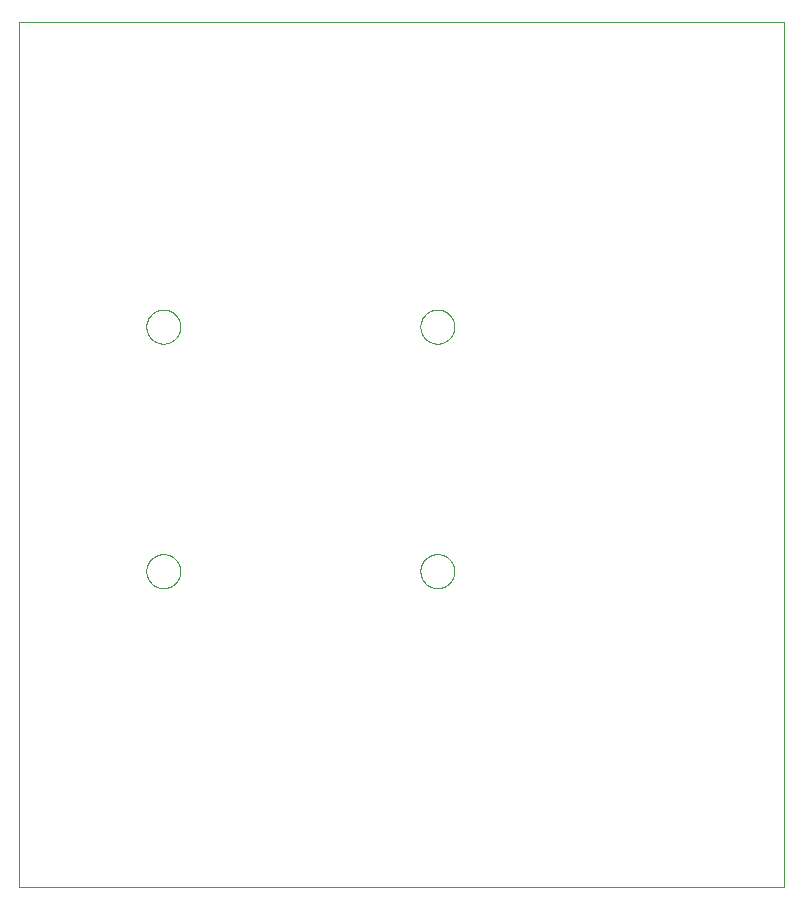
<source format=gko>
G75*
%MOIN*%
%OFA0B0*%
%FSLAX25Y25*%
%IPPOS*%
%LPD*%
%AMOC8*
5,1,8,0,0,1.08239X$1,22.5*
%
%ADD10C,0.00000*%
D10*
X0011670Y0027230D02*
X0011670Y0315830D01*
X0266770Y0315830D01*
X0266770Y0027230D01*
X0011670Y0027230D01*
X0054073Y0132621D02*
X0054075Y0132771D01*
X0054081Y0132921D01*
X0054091Y0133071D01*
X0054105Y0133221D01*
X0054123Y0133370D01*
X0054145Y0133519D01*
X0054170Y0133667D01*
X0054200Y0133814D01*
X0054234Y0133961D01*
X0054271Y0134106D01*
X0054312Y0134251D01*
X0054357Y0134394D01*
X0054406Y0134536D01*
X0054459Y0134677D01*
X0054515Y0134816D01*
X0054575Y0134954D01*
X0054639Y0135090D01*
X0054706Y0135225D01*
X0054777Y0135357D01*
X0054851Y0135488D01*
X0054929Y0135617D01*
X0055010Y0135743D01*
X0055095Y0135867D01*
X0055182Y0135990D01*
X0055273Y0136109D01*
X0055367Y0136226D01*
X0055464Y0136341D01*
X0055564Y0136453D01*
X0055668Y0136563D01*
X0055773Y0136669D01*
X0055882Y0136773D01*
X0055994Y0136874D01*
X0056108Y0136972D01*
X0056224Y0137067D01*
X0056343Y0137158D01*
X0056465Y0137247D01*
X0056589Y0137332D01*
X0056715Y0137414D01*
X0056843Y0137492D01*
X0056973Y0137568D01*
X0057105Y0137639D01*
X0057239Y0137707D01*
X0057375Y0137772D01*
X0057512Y0137833D01*
X0057651Y0137890D01*
X0057791Y0137944D01*
X0057933Y0137994D01*
X0058076Y0138040D01*
X0058220Y0138082D01*
X0058366Y0138120D01*
X0058512Y0138155D01*
X0058659Y0138186D01*
X0058807Y0138212D01*
X0058956Y0138235D01*
X0059105Y0138254D01*
X0059254Y0138269D01*
X0059404Y0138280D01*
X0059554Y0138287D01*
X0059704Y0138290D01*
X0059855Y0138289D01*
X0060005Y0138284D01*
X0060155Y0138275D01*
X0060305Y0138262D01*
X0060454Y0138245D01*
X0060603Y0138224D01*
X0060751Y0138199D01*
X0060899Y0138171D01*
X0061045Y0138138D01*
X0061191Y0138102D01*
X0061336Y0138061D01*
X0061480Y0138017D01*
X0061622Y0137969D01*
X0061763Y0137917D01*
X0061903Y0137862D01*
X0062041Y0137803D01*
X0062177Y0137740D01*
X0062312Y0137674D01*
X0062445Y0137604D01*
X0062576Y0137530D01*
X0062706Y0137454D01*
X0062833Y0137373D01*
X0062958Y0137290D01*
X0063080Y0137203D01*
X0063201Y0137113D01*
X0063318Y0137020D01*
X0063434Y0136923D01*
X0063546Y0136824D01*
X0063657Y0136721D01*
X0063764Y0136616D01*
X0063868Y0136508D01*
X0063970Y0136398D01*
X0064069Y0136284D01*
X0064164Y0136168D01*
X0064257Y0136050D01*
X0064346Y0135929D01*
X0064432Y0135806D01*
X0064515Y0135680D01*
X0064594Y0135553D01*
X0064670Y0135423D01*
X0064743Y0135291D01*
X0064812Y0135158D01*
X0064877Y0135022D01*
X0064939Y0134886D01*
X0064997Y0134747D01*
X0065052Y0134607D01*
X0065103Y0134465D01*
X0065150Y0134323D01*
X0065193Y0134179D01*
X0065232Y0134034D01*
X0065268Y0133888D01*
X0065299Y0133741D01*
X0065327Y0133593D01*
X0065351Y0133445D01*
X0065371Y0133296D01*
X0065387Y0133146D01*
X0065399Y0132996D01*
X0065407Y0132846D01*
X0065411Y0132696D01*
X0065411Y0132546D01*
X0065407Y0132396D01*
X0065399Y0132246D01*
X0065387Y0132096D01*
X0065371Y0131946D01*
X0065351Y0131797D01*
X0065327Y0131649D01*
X0065299Y0131501D01*
X0065268Y0131354D01*
X0065232Y0131208D01*
X0065193Y0131063D01*
X0065150Y0130919D01*
X0065103Y0130777D01*
X0065052Y0130635D01*
X0064997Y0130495D01*
X0064939Y0130356D01*
X0064877Y0130220D01*
X0064812Y0130084D01*
X0064743Y0129951D01*
X0064670Y0129819D01*
X0064594Y0129689D01*
X0064515Y0129562D01*
X0064432Y0129436D01*
X0064346Y0129313D01*
X0064257Y0129192D01*
X0064164Y0129074D01*
X0064069Y0128958D01*
X0063970Y0128844D01*
X0063868Y0128734D01*
X0063764Y0128626D01*
X0063657Y0128521D01*
X0063546Y0128418D01*
X0063434Y0128319D01*
X0063318Y0128222D01*
X0063201Y0128129D01*
X0063080Y0128039D01*
X0062958Y0127952D01*
X0062833Y0127869D01*
X0062706Y0127788D01*
X0062577Y0127712D01*
X0062445Y0127638D01*
X0062312Y0127568D01*
X0062177Y0127502D01*
X0062041Y0127439D01*
X0061903Y0127380D01*
X0061763Y0127325D01*
X0061622Y0127273D01*
X0061480Y0127225D01*
X0061336Y0127181D01*
X0061191Y0127140D01*
X0061045Y0127104D01*
X0060899Y0127071D01*
X0060751Y0127043D01*
X0060603Y0127018D01*
X0060454Y0126997D01*
X0060305Y0126980D01*
X0060155Y0126967D01*
X0060005Y0126958D01*
X0059855Y0126953D01*
X0059704Y0126952D01*
X0059554Y0126955D01*
X0059404Y0126962D01*
X0059254Y0126973D01*
X0059105Y0126988D01*
X0058956Y0127007D01*
X0058807Y0127030D01*
X0058659Y0127056D01*
X0058512Y0127087D01*
X0058366Y0127122D01*
X0058220Y0127160D01*
X0058076Y0127202D01*
X0057933Y0127248D01*
X0057791Y0127298D01*
X0057651Y0127352D01*
X0057512Y0127409D01*
X0057375Y0127470D01*
X0057239Y0127535D01*
X0057105Y0127603D01*
X0056973Y0127674D01*
X0056843Y0127750D01*
X0056715Y0127828D01*
X0056589Y0127910D01*
X0056465Y0127995D01*
X0056343Y0128084D01*
X0056224Y0128175D01*
X0056108Y0128270D01*
X0055994Y0128368D01*
X0055882Y0128469D01*
X0055773Y0128573D01*
X0055668Y0128679D01*
X0055564Y0128789D01*
X0055464Y0128901D01*
X0055367Y0129016D01*
X0055273Y0129133D01*
X0055182Y0129252D01*
X0055095Y0129375D01*
X0055010Y0129499D01*
X0054929Y0129625D01*
X0054851Y0129754D01*
X0054777Y0129885D01*
X0054706Y0130017D01*
X0054639Y0130152D01*
X0054575Y0130288D01*
X0054515Y0130426D01*
X0054459Y0130565D01*
X0054406Y0130706D01*
X0054357Y0130848D01*
X0054312Y0130991D01*
X0054271Y0131136D01*
X0054234Y0131281D01*
X0054200Y0131428D01*
X0054170Y0131575D01*
X0054145Y0131723D01*
X0054123Y0131872D01*
X0054105Y0132021D01*
X0054091Y0132171D01*
X0054081Y0132321D01*
X0054075Y0132471D01*
X0054073Y0132621D01*
X0054073Y0214117D02*
X0054075Y0214267D01*
X0054081Y0214417D01*
X0054091Y0214567D01*
X0054105Y0214717D01*
X0054123Y0214866D01*
X0054145Y0215015D01*
X0054170Y0215163D01*
X0054200Y0215310D01*
X0054234Y0215457D01*
X0054271Y0215602D01*
X0054312Y0215747D01*
X0054357Y0215890D01*
X0054406Y0216032D01*
X0054459Y0216173D01*
X0054515Y0216312D01*
X0054575Y0216450D01*
X0054639Y0216586D01*
X0054706Y0216721D01*
X0054777Y0216853D01*
X0054851Y0216984D01*
X0054929Y0217113D01*
X0055010Y0217239D01*
X0055095Y0217363D01*
X0055182Y0217486D01*
X0055273Y0217605D01*
X0055367Y0217722D01*
X0055464Y0217837D01*
X0055564Y0217949D01*
X0055668Y0218059D01*
X0055773Y0218165D01*
X0055882Y0218269D01*
X0055994Y0218370D01*
X0056108Y0218468D01*
X0056224Y0218563D01*
X0056343Y0218654D01*
X0056465Y0218743D01*
X0056589Y0218828D01*
X0056715Y0218910D01*
X0056843Y0218988D01*
X0056973Y0219064D01*
X0057105Y0219135D01*
X0057239Y0219203D01*
X0057375Y0219268D01*
X0057512Y0219329D01*
X0057651Y0219386D01*
X0057791Y0219440D01*
X0057933Y0219490D01*
X0058076Y0219536D01*
X0058220Y0219578D01*
X0058366Y0219616D01*
X0058512Y0219651D01*
X0058659Y0219682D01*
X0058807Y0219708D01*
X0058956Y0219731D01*
X0059105Y0219750D01*
X0059254Y0219765D01*
X0059404Y0219776D01*
X0059554Y0219783D01*
X0059704Y0219786D01*
X0059855Y0219785D01*
X0060005Y0219780D01*
X0060155Y0219771D01*
X0060305Y0219758D01*
X0060454Y0219741D01*
X0060603Y0219720D01*
X0060751Y0219695D01*
X0060899Y0219667D01*
X0061045Y0219634D01*
X0061191Y0219598D01*
X0061336Y0219557D01*
X0061480Y0219513D01*
X0061622Y0219465D01*
X0061763Y0219413D01*
X0061903Y0219358D01*
X0062041Y0219299D01*
X0062177Y0219236D01*
X0062312Y0219170D01*
X0062445Y0219100D01*
X0062576Y0219026D01*
X0062706Y0218950D01*
X0062833Y0218869D01*
X0062958Y0218786D01*
X0063080Y0218699D01*
X0063201Y0218609D01*
X0063318Y0218516D01*
X0063434Y0218419D01*
X0063546Y0218320D01*
X0063657Y0218217D01*
X0063764Y0218112D01*
X0063868Y0218004D01*
X0063970Y0217894D01*
X0064069Y0217780D01*
X0064164Y0217664D01*
X0064257Y0217546D01*
X0064346Y0217425D01*
X0064432Y0217302D01*
X0064515Y0217176D01*
X0064594Y0217049D01*
X0064670Y0216919D01*
X0064743Y0216787D01*
X0064812Y0216654D01*
X0064877Y0216518D01*
X0064939Y0216382D01*
X0064997Y0216243D01*
X0065052Y0216103D01*
X0065103Y0215961D01*
X0065150Y0215819D01*
X0065193Y0215675D01*
X0065232Y0215530D01*
X0065268Y0215384D01*
X0065299Y0215237D01*
X0065327Y0215089D01*
X0065351Y0214941D01*
X0065371Y0214792D01*
X0065387Y0214642D01*
X0065399Y0214492D01*
X0065407Y0214342D01*
X0065411Y0214192D01*
X0065411Y0214042D01*
X0065407Y0213892D01*
X0065399Y0213742D01*
X0065387Y0213592D01*
X0065371Y0213442D01*
X0065351Y0213293D01*
X0065327Y0213145D01*
X0065299Y0212997D01*
X0065268Y0212850D01*
X0065232Y0212704D01*
X0065193Y0212559D01*
X0065150Y0212415D01*
X0065103Y0212273D01*
X0065052Y0212131D01*
X0064997Y0211991D01*
X0064939Y0211852D01*
X0064877Y0211716D01*
X0064812Y0211580D01*
X0064743Y0211447D01*
X0064670Y0211315D01*
X0064594Y0211185D01*
X0064515Y0211058D01*
X0064432Y0210932D01*
X0064346Y0210809D01*
X0064257Y0210688D01*
X0064164Y0210570D01*
X0064069Y0210454D01*
X0063970Y0210340D01*
X0063868Y0210230D01*
X0063764Y0210122D01*
X0063657Y0210017D01*
X0063546Y0209914D01*
X0063434Y0209815D01*
X0063318Y0209718D01*
X0063201Y0209625D01*
X0063080Y0209535D01*
X0062958Y0209448D01*
X0062833Y0209365D01*
X0062706Y0209284D01*
X0062577Y0209208D01*
X0062445Y0209134D01*
X0062312Y0209064D01*
X0062177Y0208998D01*
X0062041Y0208935D01*
X0061903Y0208876D01*
X0061763Y0208821D01*
X0061622Y0208769D01*
X0061480Y0208721D01*
X0061336Y0208677D01*
X0061191Y0208636D01*
X0061045Y0208600D01*
X0060899Y0208567D01*
X0060751Y0208539D01*
X0060603Y0208514D01*
X0060454Y0208493D01*
X0060305Y0208476D01*
X0060155Y0208463D01*
X0060005Y0208454D01*
X0059855Y0208449D01*
X0059704Y0208448D01*
X0059554Y0208451D01*
X0059404Y0208458D01*
X0059254Y0208469D01*
X0059105Y0208484D01*
X0058956Y0208503D01*
X0058807Y0208526D01*
X0058659Y0208552D01*
X0058512Y0208583D01*
X0058366Y0208618D01*
X0058220Y0208656D01*
X0058076Y0208698D01*
X0057933Y0208744D01*
X0057791Y0208794D01*
X0057651Y0208848D01*
X0057512Y0208905D01*
X0057375Y0208966D01*
X0057239Y0209031D01*
X0057105Y0209099D01*
X0056973Y0209170D01*
X0056843Y0209246D01*
X0056715Y0209324D01*
X0056589Y0209406D01*
X0056465Y0209491D01*
X0056343Y0209580D01*
X0056224Y0209671D01*
X0056108Y0209766D01*
X0055994Y0209864D01*
X0055882Y0209965D01*
X0055773Y0210069D01*
X0055668Y0210175D01*
X0055564Y0210285D01*
X0055464Y0210397D01*
X0055367Y0210512D01*
X0055273Y0210629D01*
X0055182Y0210748D01*
X0055095Y0210871D01*
X0055010Y0210995D01*
X0054929Y0211121D01*
X0054851Y0211250D01*
X0054777Y0211381D01*
X0054706Y0211513D01*
X0054639Y0211648D01*
X0054575Y0211784D01*
X0054515Y0211922D01*
X0054459Y0212061D01*
X0054406Y0212202D01*
X0054357Y0212344D01*
X0054312Y0212487D01*
X0054271Y0212632D01*
X0054234Y0212777D01*
X0054200Y0212924D01*
X0054170Y0213071D01*
X0054145Y0213219D01*
X0054123Y0213368D01*
X0054105Y0213517D01*
X0054091Y0213667D01*
X0054081Y0213817D01*
X0054075Y0213967D01*
X0054073Y0214117D01*
X0145412Y0214117D02*
X0145414Y0214267D01*
X0145420Y0214417D01*
X0145430Y0214567D01*
X0145444Y0214717D01*
X0145462Y0214866D01*
X0145484Y0215015D01*
X0145509Y0215163D01*
X0145539Y0215310D01*
X0145573Y0215457D01*
X0145610Y0215602D01*
X0145651Y0215747D01*
X0145696Y0215890D01*
X0145745Y0216032D01*
X0145798Y0216173D01*
X0145854Y0216312D01*
X0145914Y0216450D01*
X0145978Y0216586D01*
X0146045Y0216721D01*
X0146116Y0216853D01*
X0146190Y0216984D01*
X0146268Y0217113D01*
X0146349Y0217239D01*
X0146434Y0217363D01*
X0146521Y0217486D01*
X0146612Y0217605D01*
X0146706Y0217722D01*
X0146803Y0217837D01*
X0146903Y0217949D01*
X0147007Y0218059D01*
X0147112Y0218165D01*
X0147221Y0218269D01*
X0147333Y0218370D01*
X0147447Y0218468D01*
X0147563Y0218563D01*
X0147682Y0218654D01*
X0147804Y0218743D01*
X0147928Y0218828D01*
X0148054Y0218910D01*
X0148182Y0218988D01*
X0148312Y0219064D01*
X0148444Y0219135D01*
X0148578Y0219203D01*
X0148714Y0219268D01*
X0148851Y0219329D01*
X0148990Y0219386D01*
X0149130Y0219440D01*
X0149272Y0219490D01*
X0149415Y0219536D01*
X0149559Y0219578D01*
X0149705Y0219616D01*
X0149851Y0219651D01*
X0149998Y0219682D01*
X0150146Y0219708D01*
X0150295Y0219731D01*
X0150444Y0219750D01*
X0150593Y0219765D01*
X0150743Y0219776D01*
X0150893Y0219783D01*
X0151043Y0219786D01*
X0151194Y0219785D01*
X0151344Y0219780D01*
X0151494Y0219771D01*
X0151644Y0219758D01*
X0151793Y0219741D01*
X0151942Y0219720D01*
X0152090Y0219695D01*
X0152238Y0219667D01*
X0152384Y0219634D01*
X0152530Y0219598D01*
X0152675Y0219557D01*
X0152819Y0219513D01*
X0152961Y0219465D01*
X0153102Y0219413D01*
X0153242Y0219358D01*
X0153380Y0219299D01*
X0153516Y0219236D01*
X0153651Y0219170D01*
X0153784Y0219100D01*
X0153915Y0219026D01*
X0154045Y0218950D01*
X0154172Y0218869D01*
X0154297Y0218786D01*
X0154419Y0218699D01*
X0154540Y0218609D01*
X0154657Y0218516D01*
X0154773Y0218419D01*
X0154885Y0218320D01*
X0154996Y0218217D01*
X0155103Y0218112D01*
X0155207Y0218004D01*
X0155309Y0217894D01*
X0155408Y0217780D01*
X0155503Y0217664D01*
X0155596Y0217546D01*
X0155685Y0217425D01*
X0155771Y0217302D01*
X0155854Y0217176D01*
X0155933Y0217049D01*
X0156009Y0216919D01*
X0156082Y0216787D01*
X0156151Y0216654D01*
X0156216Y0216518D01*
X0156278Y0216382D01*
X0156336Y0216243D01*
X0156391Y0216103D01*
X0156442Y0215961D01*
X0156489Y0215819D01*
X0156532Y0215675D01*
X0156571Y0215530D01*
X0156607Y0215384D01*
X0156638Y0215237D01*
X0156666Y0215089D01*
X0156690Y0214941D01*
X0156710Y0214792D01*
X0156726Y0214642D01*
X0156738Y0214492D01*
X0156746Y0214342D01*
X0156750Y0214192D01*
X0156750Y0214042D01*
X0156746Y0213892D01*
X0156738Y0213742D01*
X0156726Y0213592D01*
X0156710Y0213442D01*
X0156690Y0213293D01*
X0156666Y0213145D01*
X0156638Y0212997D01*
X0156607Y0212850D01*
X0156571Y0212704D01*
X0156532Y0212559D01*
X0156489Y0212415D01*
X0156442Y0212273D01*
X0156391Y0212131D01*
X0156336Y0211991D01*
X0156278Y0211852D01*
X0156216Y0211716D01*
X0156151Y0211580D01*
X0156082Y0211447D01*
X0156009Y0211315D01*
X0155933Y0211185D01*
X0155854Y0211058D01*
X0155771Y0210932D01*
X0155685Y0210809D01*
X0155596Y0210688D01*
X0155503Y0210570D01*
X0155408Y0210454D01*
X0155309Y0210340D01*
X0155207Y0210230D01*
X0155103Y0210122D01*
X0154996Y0210017D01*
X0154885Y0209914D01*
X0154773Y0209815D01*
X0154657Y0209718D01*
X0154540Y0209625D01*
X0154419Y0209535D01*
X0154297Y0209448D01*
X0154172Y0209365D01*
X0154045Y0209284D01*
X0153916Y0209208D01*
X0153784Y0209134D01*
X0153651Y0209064D01*
X0153516Y0208998D01*
X0153380Y0208935D01*
X0153242Y0208876D01*
X0153102Y0208821D01*
X0152961Y0208769D01*
X0152819Y0208721D01*
X0152675Y0208677D01*
X0152530Y0208636D01*
X0152384Y0208600D01*
X0152238Y0208567D01*
X0152090Y0208539D01*
X0151942Y0208514D01*
X0151793Y0208493D01*
X0151644Y0208476D01*
X0151494Y0208463D01*
X0151344Y0208454D01*
X0151194Y0208449D01*
X0151043Y0208448D01*
X0150893Y0208451D01*
X0150743Y0208458D01*
X0150593Y0208469D01*
X0150444Y0208484D01*
X0150295Y0208503D01*
X0150146Y0208526D01*
X0149998Y0208552D01*
X0149851Y0208583D01*
X0149705Y0208618D01*
X0149559Y0208656D01*
X0149415Y0208698D01*
X0149272Y0208744D01*
X0149130Y0208794D01*
X0148990Y0208848D01*
X0148851Y0208905D01*
X0148714Y0208966D01*
X0148578Y0209031D01*
X0148444Y0209099D01*
X0148312Y0209170D01*
X0148182Y0209246D01*
X0148054Y0209324D01*
X0147928Y0209406D01*
X0147804Y0209491D01*
X0147682Y0209580D01*
X0147563Y0209671D01*
X0147447Y0209766D01*
X0147333Y0209864D01*
X0147221Y0209965D01*
X0147112Y0210069D01*
X0147007Y0210175D01*
X0146903Y0210285D01*
X0146803Y0210397D01*
X0146706Y0210512D01*
X0146612Y0210629D01*
X0146521Y0210748D01*
X0146434Y0210871D01*
X0146349Y0210995D01*
X0146268Y0211121D01*
X0146190Y0211250D01*
X0146116Y0211381D01*
X0146045Y0211513D01*
X0145978Y0211648D01*
X0145914Y0211784D01*
X0145854Y0211922D01*
X0145798Y0212061D01*
X0145745Y0212202D01*
X0145696Y0212344D01*
X0145651Y0212487D01*
X0145610Y0212632D01*
X0145573Y0212777D01*
X0145539Y0212924D01*
X0145509Y0213071D01*
X0145484Y0213219D01*
X0145462Y0213368D01*
X0145444Y0213517D01*
X0145430Y0213667D01*
X0145420Y0213817D01*
X0145414Y0213967D01*
X0145412Y0214117D01*
X0145412Y0132621D02*
X0145414Y0132771D01*
X0145420Y0132921D01*
X0145430Y0133071D01*
X0145444Y0133221D01*
X0145462Y0133370D01*
X0145484Y0133519D01*
X0145509Y0133667D01*
X0145539Y0133814D01*
X0145573Y0133961D01*
X0145610Y0134106D01*
X0145651Y0134251D01*
X0145696Y0134394D01*
X0145745Y0134536D01*
X0145798Y0134677D01*
X0145854Y0134816D01*
X0145914Y0134954D01*
X0145978Y0135090D01*
X0146045Y0135225D01*
X0146116Y0135357D01*
X0146190Y0135488D01*
X0146268Y0135617D01*
X0146349Y0135743D01*
X0146434Y0135867D01*
X0146521Y0135990D01*
X0146612Y0136109D01*
X0146706Y0136226D01*
X0146803Y0136341D01*
X0146903Y0136453D01*
X0147007Y0136563D01*
X0147112Y0136669D01*
X0147221Y0136773D01*
X0147333Y0136874D01*
X0147447Y0136972D01*
X0147563Y0137067D01*
X0147682Y0137158D01*
X0147804Y0137247D01*
X0147928Y0137332D01*
X0148054Y0137414D01*
X0148182Y0137492D01*
X0148312Y0137568D01*
X0148444Y0137639D01*
X0148578Y0137707D01*
X0148714Y0137772D01*
X0148851Y0137833D01*
X0148990Y0137890D01*
X0149130Y0137944D01*
X0149272Y0137994D01*
X0149415Y0138040D01*
X0149559Y0138082D01*
X0149705Y0138120D01*
X0149851Y0138155D01*
X0149998Y0138186D01*
X0150146Y0138212D01*
X0150295Y0138235D01*
X0150444Y0138254D01*
X0150593Y0138269D01*
X0150743Y0138280D01*
X0150893Y0138287D01*
X0151043Y0138290D01*
X0151194Y0138289D01*
X0151344Y0138284D01*
X0151494Y0138275D01*
X0151644Y0138262D01*
X0151793Y0138245D01*
X0151942Y0138224D01*
X0152090Y0138199D01*
X0152238Y0138171D01*
X0152384Y0138138D01*
X0152530Y0138102D01*
X0152675Y0138061D01*
X0152819Y0138017D01*
X0152961Y0137969D01*
X0153102Y0137917D01*
X0153242Y0137862D01*
X0153380Y0137803D01*
X0153516Y0137740D01*
X0153651Y0137674D01*
X0153784Y0137604D01*
X0153915Y0137530D01*
X0154045Y0137454D01*
X0154172Y0137373D01*
X0154297Y0137290D01*
X0154419Y0137203D01*
X0154540Y0137113D01*
X0154657Y0137020D01*
X0154773Y0136923D01*
X0154885Y0136824D01*
X0154996Y0136721D01*
X0155103Y0136616D01*
X0155207Y0136508D01*
X0155309Y0136398D01*
X0155408Y0136284D01*
X0155503Y0136168D01*
X0155596Y0136050D01*
X0155685Y0135929D01*
X0155771Y0135806D01*
X0155854Y0135680D01*
X0155933Y0135553D01*
X0156009Y0135423D01*
X0156082Y0135291D01*
X0156151Y0135158D01*
X0156216Y0135022D01*
X0156278Y0134886D01*
X0156336Y0134747D01*
X0156391Y0134607D01*
X0156442Y0134465D01*
X0156489Y0134323D01*
X0156532Y0134179D01*
X0156571Y0134034D01*
X0156607Y0133888D01*
X0156638Y0133741D01*
X0156666Y0133593D01*
X0156690Y0133445D01*
X0156710Y0133296D01*
X0156726Y0133146D01*
X0156738Y0132996D01*
X0156746Y0132846D01*
X0156750Y0132696D01*
X0156750Y0132546D01*
X0156746Y0132396D01*
X0156738Y0132246D01*
X0156726Y0132096D01*
X0156710Y0131946D01*
X0156690Y0131797D01*
X0156666Y0131649D01*
X0156638Y0131501D01*
X0156607Y0131354D01*
X0156571Y0131208D01*
X0156532Y0131063D01*
X0156489Y0130919D01*
X0156442Y0130777D01*
X0156391Y0130635D01*
X0156336Y0130495D01*
X0156278Y0130356D01*
X0156216Y0130220D01*
X0156151Y0130084D01*
X0156082Y0129951D01*
X0156009Y0129819D01*
X0155933Y0129689D01*
X0155854Y0129562D01*
X0155771Y0129436D01*
X0155685Y0129313D01*
X0155596Y0129192D01*
X0155503Y0129074D01*
X0155408Y0128958D01*
X0155309Y0128844D01*
X0155207Y0128734D01*
X0155103Y0128626D01*
X0154996Y0128521D01*
X0154885Y0128418D01*
X0154773Y0128319D01*
X0154657Y0128222D01*
X0154540Y0128129D01*
X0154419Y0128039D01*
X0154297Y0127952D01*
X0154172Y0127869D01*
X0154045Y0127788D01*
X0153916Y0127712D01*
X0153784Y0127638D01*
X0153651Y0127568D01*
X0153516Y0127502D01*
X0153380Y0127439D01*
X0153242Y0127380D01*
X0153102Y0127325D01*
X0152961Y0127273D01*
X0152819Y0127225D01*
X0152675Y0127181D01*
X0152530Y0127140D01*
X0152384Y0127104D01*
X0152238Y0127071D01*
X0152090Y0127043D01*
X0151942Y0127018D01*
X0151793Y0126997D01*
X0151644Y0126980D01*
X0151494Y0126967D01*
X0151344Y0126958D01*
X0151194Y0126953D01*
X0151043Y0126952D01*
X0150893Y0126955D01*
X0150743Y0126962D01*
X0150593Y0126973D01*
X0150444Y0126988D01*
X0150295Y0127007D01*
X0150146Y0127030D01*
X0149998Y0127056D01*
X0149851Y0127087D01*
X0149705Y0127122D01*
X0149559Y0127160D01*
X0149415Y0127202D01*
X0149272Y0127248D01*
X0149130Y0127298D01*
X0148990Y0127352D01*
X0148851Y0127409D01*
X0148714Y0127470D01*
X0148578Y0127535D01*
X0148444Y0127603D01*
X0148312Y0127674D01*
X0148182Y0127750D01*
X0148054Y0127828D01*
X0147928Y0127910D01*
X0147804Y0127995D01*
X0147682Y0128084D01*
X0147563Y0128175D01*
X0147447Y0128270D01*
X0147333Y0128368D01*
X0147221Y0128469D01*
X0147112Y0128573D01*
X0147007Y0128679D01*
X0146903Y0128789D01*
X0146803Y0128901D01*
X0146706Y0129016D01*
X0146612Y0129133D01*
X0146521Y0129252D01*
X0146434Y0129375D01*
X0146349Y0129499D01*
X0146268Y0129625D01*
X0146190Y0129754D01*
X0146116Y0129885D01*
X0146045Y0130017D01*
X0145978Y0130152D01*
X0145914Y0130288D01*
X0145854Y0130426D01*
X0145798Y0130565D01*
X0145745Y0130706D01*
X0145696Y0130848D01*
X0145651Y0130991D01*
X0145610Y0131136D01*
X0145573Y0131281D01*
X0145539Y0131428D01*
X0145509Y0131575D01*
X0145484Y0131723D01*
X0145462Y0131872D01*
X0145444Y0132021D01*
X0145430Y0132171D01*
X0145420Y0132321D01*
X0145414Y0132471D01*
X0145412Y0132621D01*
M02*

</source>
